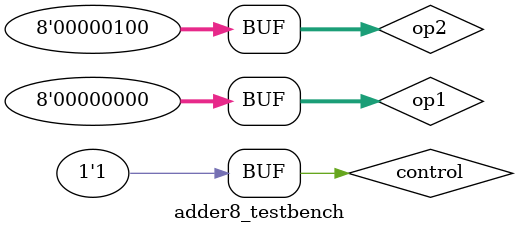
<source format=sv>
module adder8(Output, op1, op2, control);
	parameter WIDTH = 8;
	
	input [(WIDTH-1):0] op1, op2;
	input control;
	output [(WIDTH-1):0] Output;

	wire [(WIDTH-1):0] notOp2, selectedOp2, carryOuts;
	
	// compute the inversion of op2
	genvar j;
	generate
		for (j=0; j<WIDTH; j++) begin : eachNot
			not notNum (notOp2[j], op2[j]);
		end
	endgenerate 
	
	// Edge Case: LSB of adder has carry in of 0
	// Must also use a mux to decide whether in subtract or add mode
	mux2_1 mux1 (.out(selectedOp2[0]), .in({notOp2[0], op2[0]}), .sel(control));
	fullAdder adder (.A(op1[0]), .B(selectedOp2[0]), .C(control), .sum(Output[0]), .co(carryOuts[0]));
	
	genvar i;
	generate
		for(i=1; i<WIDTH; i++) begin : eachAdder
			mux2_1 muxNum (.out(selectedOp2[i]), .in({notOp2[i], op2[i]}), .sel(control));
			fullAdder adderNum (.A(op1[i]), .B(selectedOp2[i]), .C(carryOuts[i-1]), .sum(Output[i]), .co(carryOuts[i]));
		end
	endgenerate
endmodule 

module adder8_testbench();
	parameter t = 10;
	parameter WIDTH = 8;
	
	reg [(WIDTH-1):0] op1, op2;
	reg control;
	wire [(WIDTH-1):0] Output;
	wire overflow, CarryOut;
	
	adder32 adder (.op1, .op2, .control, .Output, .overflow, .CarryOut);
	
	initial begin
		op1 = WIDTH'h00000000;
		op2 = WIDTH'h00000001;
		control = 0;
		assert (Output == 1);
		#t;
		op1 = WIDTH'h00000001;
		#t;
		control = 1;
		#t;
		op1 = WIDTH'h00000008;
		#t;
		op2 = WIDTH'h00000004;
		#t;
		control = 0;
		#t;
		op1 = WIDTH'h00000000;
		control = 1;
		#t;
	end
endmodule 
</source>
